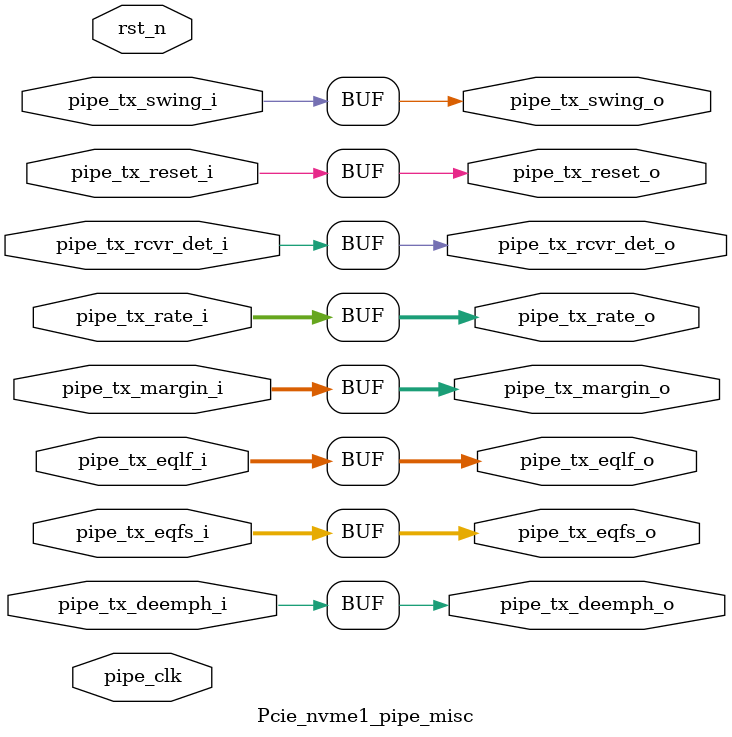
<source format=v>


`timescale 1ps/1ps

(* DowngradeIPIdentifiedWarnings = "yes" *)
module Pcie_nvme1_pipe_misc 
 #(
  parameter TCQ = 100,
  parameter PIPE_PIPELINE_STAGES = 0
  ) (
  input  wire         pipe_tx_rcvr_det_i,
  input  wire         pipe_tx_reset_i,
  input  wire   [1:0] pipe_tx_rate_i,
  input  wire         pipe_tx_deemph_i,
  input  wire   [2:0] pipe_tx_margin_i,
  input  wire         pipe_tx_swing_i,
  input  wire   [5:0] pipe_tx_eqfs_i,
  input  wire   [5:0] pipe_tx_eqlf_i,
  output wire         pipe_tx_rcvr_det_o,
  output wire         pipe_tx_reset_o,
  output wire   [1:0] pipe_tx_rate_o,
  output wire         pipe_tx_deemph_o,
  output wire   [2:0] pipe_tx_margin_o,
  output wire         pipe_tx_swing_o,
  output wire   [5:0] pipe_tx_eqfs_o,
  output wire   [5:0] pipe_tx_eqlf_o,
  input  wire         pipe_clk,
  input  wire         rst_n
  );

  reg                 pipe_tx_rcvr_det_q;
  reg                 pipe_tx_reset_q;
  reg           [1:0] pipe_tx_rate_q;
  reg                 pipe_tx_deemph_q;
  reg           [2:0] pipe_tx_margin_q;
  reg                 pipe_tx_swing_q;
  reg           [5:0] pipe_tx_eqfs_q;
  reg           [5:0] pipe_tx_eqlf_q;
  reg                 pipe_tx_rcvr_det_qq;
  reg                 pipe_tx_reset_qq;
  reg           [1:0] pipe_tx_rate_qq;
  reg                 pipe_tx_deemph_qq;
  reg           [2:0] pipe_tx_margin_qq;
  reg                 pipe_tx_swing_qq;
  reg           [5:0] pipe_tx_eqfs_qq;
  reg           [5:0] pipe_tx_eqlf_qq;

  generate
    if (PIPE_PIPELINE_STAGES == 0)
    begin : pipe_stages_0
      assign pipe_tx_rcvr_det_o = pipe_tx_rcvr_det_i;
      assign pipe_tx_reset_o = pipe_tx_reset_i;
      assign pipe_tx_rate_o = pipe_tx_rate_i;
      assign pipe_tx_deemph_o = pipe_tx_deemph_i;
      assign pipe_tx_margin_o = pipe_tx_margin_i;
      assign pipe_tx_swing_o = pipe_tx_swing_i;
      assign pipe_tx_eqfs_o = pipe_tx_eqfs_i;
      assign pipe_tx_eqlf_o = pipe_tx_eqlf_i;
    end
    else if (PIPE_PIPELINE_STAGES == 1)
    begin : pipe_stages_1
      always @(posedge pipe_clk)
      begin
        if (!rst_n)
        begin
          pipe_tx_rcvr_det_q <= #TCQ 1'b0;
          pipe_tx_reset_q <= #TCQ 1'b1;
          pipe_tx_rate_q <= #TCQ 2'b0;
          pipe_tx_deemph_q <= #TCQ 1'b1;
          pipe_tx_margin_q <= #TCQ 3'b0;
          pipe_tx_swing_q <= #TCQ 1'b0;
          pipe_tx_eqfs_q <= #TCQ 5'b0;
          pipe_tx_eqlf_q <= #TCQ 5'b0;
        end
        else
        begin
          pipe_tx_rcvr_det_q <= #TCQ pipe_tx_rcvr_det_i;
          pipe_tx_reset_q <= #TCQ pipe_tx_reset_i;
          pipe_tx_rate_q <= #TCQ pipe_tx_rate_i;
          pipe_tx_deemph_q <= #TCQ pipe_tx_deemph_i;
          pipe_tx_margin_q <= #TCQ pipe_tx_margin_i;
          pipe_tx_swing_q <= #TCQ pipe_tx_swing_i;
          pipe_tx_eqfs_q <= #TCQ pipe_tx_eqfs_i;
          pipe_tx_eqlf_q <= #TCQ pipe_tx_eqlf_i;
        end
      end
      assign pipe_tx_rcvr_det_o = pipe_tx_rcvr_det_q;
      assign pipe_tx_reset_o = pipe_tx_reset_q;
      assign pipe_tx_rate_o = pipe_tx_rate_q;
      assign pipe_tx_deemph_o = pipe_tx_deemph_q;
      assign pipe_tx_margin_o = pipe_tx_margin_q;
      assign pipe_tx_swing_o = pipe_tx_swing_q;
      assign pipe_tx_eqfs_o = pipe_tx_eqfs_q;
      assign pipe_tx_eqlf_o = pipe_tx_eqlf_q;
    end
    else if (PIPE_PIPELINE_STAGES == 2)
    begin : pipe_stages_2
      always @(posedge pipe_clk)
      begin
        if (!rst_n)
        begin
          pipe_tx_rcvr_det_q <= #TCQ 1'b0;
          pipe_tx_reset_q <= #TCQ 1'b1;
          pipe_tx_rate_q <= #TCQ 2'b0;
          pipe_tx_deemph_q <= #TCQ 1'b1;
          pipe_tx_margin_q <= #TCQ 1'b0;
          pipe_tx_swing_q <= #TCQ 1'b0;
          pipe_tx_eqfs_q <= #TCQ 5'b0;
          pipe_tx_eqlf_q <= #TCQ 5'b0;
          pipe_tx_rcvr_det_qq <= #TCQ 1'b0;
          pipe_tx_reset_qq <= #TCQ 1'b1;
          pipe_tx_rate_qq <= #TCQ 2'b0;
          pipe_tx_deemph_qq <= #TCQ 1'b1;
          pipe_tx_margin_qq <= #TCQ 1'b0;
          pipe_tx_swing_qq <= #TCQ 1'b0;
          pipe_tx_eqfs_qq <= #TCQ 5'b0;
          pipe_tx_eqlf_qq <= #TCQ 5'b0;
        end
        else
        begin
          pipe_tx_rcvr_det_q <= #TCQ pipe_tx_rcvr_det_i;
          pipe_tx_reset_q <= #TCQ pipe_tx_reset_i;
          pipe_tx_rate_q <= #TCQ pipe_tx_rate_i;
          pipe_tx_deemph_q <= #TCQ pipe_tx_deemph_i;
          pipe_tx_margin_q <= #TCQ pipe_tx_margin_i;
          pipe_tx_swing_q <= #TCQ pipe_tx_swing_i;
          pipe_tx_eqfs_q <= #TCQ pipe_tx_eqfs_i;
          pipe_tx_eqlf_q <= #TCQ pipe_tx_eqlf_i;
          pipe_tx_rcvr_det_qq <= #TCQ pipe_tx_rcvr_det_q;
          pipe_tx_reset_qq <= #TCQ pipe_tx_reset_q;
          pipe_tx_rate_qq <= #TCQ pipe_tx_rate_q;
          pipe_tx_deemph_qq <= #TCQ pipe_tx_deemph_q;
          pipe_tx_margin_qq <= #TCQ pipe_tx_margin_q;
          pipe_tx_swing_qq <= #TCQ pipe_tx_swing_q;
          pipe_tx_eqfs_qq <= #TCQ pipe_tx_eqfs_q;
          pipe_tx_eqlf_qq <= #TCQ pipe_tx_eqlf_q;
        end
      end
      assign pipe_tx_rcvr_det_o = pipe_tx_rcvr_det_qq;
      assign pipe_tx_reset_o = pipe_tx_reset_qq;
      assign pipe_tx_rate_o = pipe_tx_rate_qq;
      assign pipe_tx_deemph_o = pipe_tx_deemph_qq;
      assign pipe_tx_margin_o = pipe_tx_margin_qq;
      assign pipe_tx_swing_o = pipe_tx_swing_qq;
      assign pipe_tx_eqfs_o = pipe_tx_eqfs_qq;
      assign pipe_tx_eqlf_o = pipe_tx_eqlf_qq;
    end
    else
    begin
      assign pipe_tx_rcvr_det_o = pipe_tx_rcvr_det_i;
      assign pipe_tx_reset_o = pipe_tx_reset_i;
      assign pipe_tx_rate_o = pipe_tx_rate_i;
      assign pipe_tx_deemph_o = pipe_tx_deemph_i;
      assign pipe_tx_margin_o = pipe_tx_margin_i;
      assign pipe_tx_swing_o = pipe_tx_swing_i;
      assign pipe_tx_eqfs_o = pipe_tx_eqfs_i;
      assign pipe_tx_eqlf_o = pipe_tx_eqlf_i;
    end
  endgenerate

endmodule

</source>
